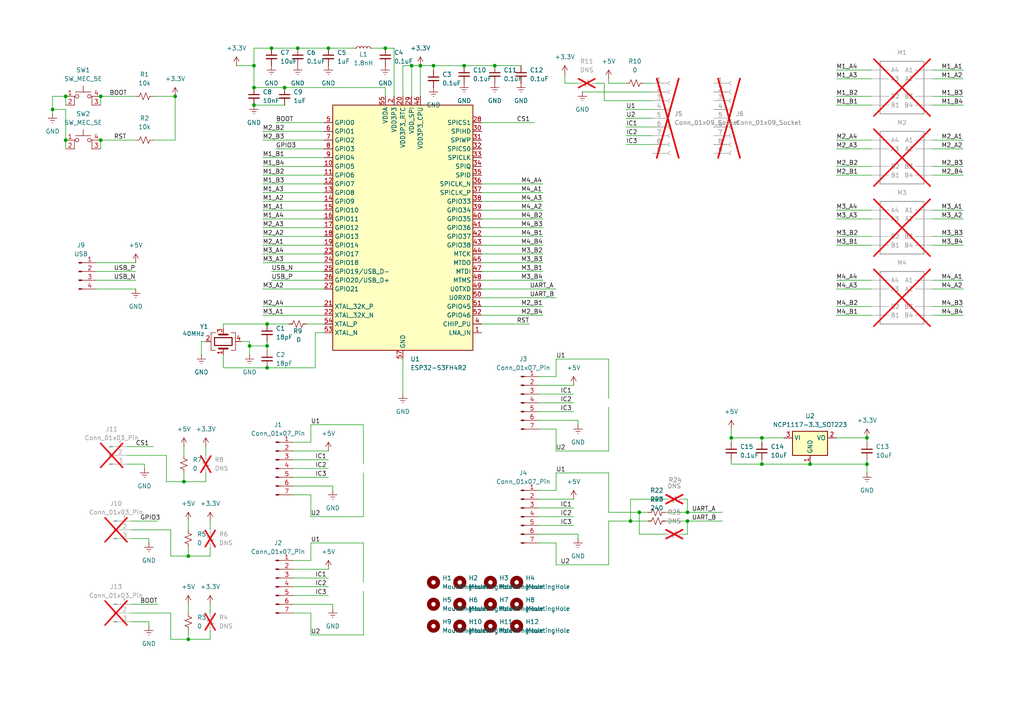
<source format=kicad_sch>
(kicad_sch (version 20231120) (generator "eeschema") (generator_version "8.0")
  (paper "A4")
  (junction (at 125.73 19.05))
  (junction (at 234.95 134.62))
  (junction (at 73.66 19.05))
  (junction (at 199.39 148.59))
  (junction (at 29.21 40.64))
  (junction (at 143.51 19.05))
  (junction (at 15.24 31.75))
  (junction (at 73.66 25.4))
  (junction (at 77.47 100.33))
  (junction (at 251.46 134.62))
  (junction (at 29.21 27.94))
  (junction (at 220.98 127))
  (junction (at 73.66 30.48))
  (junction (at 121.92 19.05))
  (junction (at 182.88 151.13))
  (junction (at 19.05 40.64))
  (junction (at 95.25 13.97))
  (junction (at 119.38 19.05))
  (junction (at 77.47 106.68))
  (junction (at 72.39 100.33))
  (junction (at 220.98 134.62))
  (junction (at 185.42 148.59))
  (junction (at 199.39 151.13))
  (junction (at 78.74 13.97))
  (junction (at 54.61 185.42))
  (junction (at 19.05 27.94))
  (junction (at 50.8 27.94))
  (junction (at 86.36 13.97))
  (junction (at 111.76 13.97))
  (junction (at 53.34 139.7))
  (junction (at 77.47 93.98))
  (junction (at 54.61 161.29))
  (junction (at 251.46 127))
  (junction (at 212.09 127))
  (junction (at 134.62 19.05))
  (junction (at 82.55 25.4))
  (wire (pts (xy 270.51 68.58) (xy 279.4 68.58)))
  (wire (pts (xy 76.2 91.44) (xy 93.98 91.44)))
  (wire (pts (xy 139.7 73.66) (xy 157.48 73.66)))
  (wire (pts (xy 156.21 119.38) (xy 166.37 119.38)))
  (wire (pts (xy 114.3 13.97) (xy 114.3 27.94)))
  (wire (pts (xy 242.57 40.64) (xy 252.73 40.64)))
  (wire (pts (xy 182.88 151.13) (xy 176.53 151.13)))
  (wire (pts (xy 76.2 48.26) (xy 93.98 48.26)))
  (wire (pts (xy 167.64 154.94) (xy 167.64 156.21)))
  (wire (pts (xy 54.61 185.42) (xy 54.61 182.88)))
  (wire (pts (xy 242.57 60.96) (xy 252.73 60.96)))
  (wire (pts (xy 85.09 140.97) (xy 96.52 140.97)))
  (wire (pts (xy 270.51 81.28) (xy 279.4 81.28)))
  (wire (pts (xy 116.84 19.05) (xy 119.38 19.05)))
  (wire (pts (xy 227.33 127) (xy 220.98 127)))
  (wire (pts (xy 60.96 182.88) (xy 60.96 185.42)))
  (wire (pts (xy 199.39 148.59) (xy 209.55 148.59)))
  (wire (pts (xy 83.82 93.98) (xy 77.47 93.98)))
  (wire (pts (xy 27.94 78.74) (xy 39.37 78.74)))
  (wire (pts (xy 161.29 163.83) (xy 161.29 157.48)))
  (wire (pts (xy 41.91 134.62) (xy 41.91 135.89)))
  (wire (pts (xy 242.57 30.48) (xy 252.73 30.48)))
  (wire (pts (xy 19.05 27.94) (xy 19.05 30.48)))
  (wire (pts (xy 176.53 148.59) (xy 176.53 137.16)))
  (wire (pts (xy 73.66 13.97) (xy 78.74 13.97)))
  (wire (pts (xy 163.83 24.13) (xy 163.83 21.59)))
  (wire (pts (xy 29.21 27.94) (xy 29.21 30.48)))
  (wire (pts (xy 19.05 40.64) (xy 19.05 31.75)))
  (wire (pts (xy 90.17 149.86) (xy 90.17 143.51)))
  (wire (pts (xy 116.84 27.94) (xy 116.84 19.05)))
  (wire (pts (xy 220.98 128.27) (xy 220.98 127)))
  (wire (pts (xy 80.01 35.56) (xy 93.98 35.56)))
  (wire (pts (xy 176.53 130.81) (xy 161.29 130.81)))
  (wire (pts (xy 29.21 40.64) (xy 39.37 40.64)))
  (wire (pts (xy 76.2 66.04) (xy 93.98 66.04)))
  (wire (pts (xy 72.39 100.33) (xy 72.39 102.87)))
  (wire (pts (xy 161.29 130.81) (xy 161.29 124.46)))
  (wire (pts (xy 175.26 24.13) (xy 172.72 24.13)))
  (wire (pts (xy 49.53 185.42) (xy 54.61 185.42)))
  (wire (pts (xy 161.29 109.22) (xy 156.21 109.22)))
  (wire (pts (xy 38.1 156.21) (xy 43.18 156.21)))
  (wire (pts (xy 212.09 133.35) (xy 212.09 134.62)))
  (wire (pts (xy 193.04 151.13) (xy 199.39 151.13)))
  (wire (pts (xy 38.1 151.13) (xy 45.72 151.13)))
  (wire (pts (xy 49.53 177.8) (xy 49.53 185.42)))
  (wire (pts (xy 105.41 137.16) (xy 105.41 149.86)))
  (wire (pts (xy 60.96 185.42) (xy 54.61 185.42)))
  (wire (pts (xy 270.51 20.32) (xy 279.4 20.32)))
  (wire (pts (xy 212.09 127) (xy 212.09 124.46)))
  (wire (pts (xy 48.26 139.7) (xy 53.34 139.7)))
  (wire (pts (xy 77.47 100.33) (xy 77.47 101.6)))
  (wire (pts (xy 64.77 93.98) (xy 64.77 95.25)))
  (wire (pts (xy 270.51 48.26) (xy 279.4 48.26)))
  (wire (pts (xy 242.57 20.32) (xy 252.73 20.32)))
  (wire (pts (xy 76.2 60.96) (xy 93.98 60.96)))
  (wire (pts (xy 54.61 175.26) (xy 54.61 177.8)))
  (wire (pts (xy 270.51 71.12) (xy 279.4 71.12)))
  (wire (pts (xy 68.58 19.05) (xy 73.66 19.05)))
  (wire (pts (xy 59.69 139.7) (xy 53.34 139.7)))
  (wire (pts (xy 139.7 83.82) (xy 161.29 83.82)))
  (wire (pts (xy 29.21 27.94) (xy 39.37 27.94)))
  (wire (pts (xy 105.41 134.62) (xy 105.41 123.19)))
  (wire (pts (xy 242.57 27.94) (xy 252.73 27.94)))
  (wire (pts (xy 76.2 88.9) (xy 93.98 88.9)))
  (wire (pts (xy 181.61 24.13) (xy 176.53 24.13)))
  (wire (pts (xy 54.61 151.13) (xy 54.61 153.67)))
  (wire (pts (xy 86.36 13.97) (xy 95.25 13.97)))
  (wire (pts (xy 189.23 24.13) (xy 186.69 24.13)))
  (wire (pts (xy 156.21 111.76) (xy 166.37 111.76)))
  (wire (pts (xy 167.64 121.92) (xy 167.64 123.19)))
  (wire (pts (xy 139.7 88.9) (xy 157.48 88.9)))
  (wire (pts (xy 199.39 151.13) (xy 209.55 151.13)))
  (wire (pts (xy 43.18 180.34) (xy 43.18 181.61)))
  (wire (pts (xy 242.57 63.5) (xy 252.73 63.5)))
  (wire (pts (xy 139.7 58.42) (xy 157.48 58.42)))
  (wire (pts (xy 198.12 154.94) (xy 199.39 154.94)))
  (wire (pts (xy 49.53 153.67) (xy 49.53 161.29)))
  (wire (pts (xy 53.34 129.54) (xy 53.34 132.08)))
  (wire (pts (xy 72.39 100.33) (xy 77.47 100.33)))
  (wire (pts (xy 90.17 143.51) (xy 85.09 143.51)))
  (wire (pts (xy 134.62 19.05) (xy 143.51 19.05)))
  (wire (pts (xy 59.69 137.16) (xy 59.69 139.7)))
  (wire (pts (xy 76.2 45.72) (xy 93.98 45.72)))
  (wire (pts (xy 76.2 55.88) (xy 93.98 55.88)))
  (wire (pts (xy 96.52 175.26) (xy 96.52 176.53)))
  (wire (pts (xy 176.53 151.13) (xy 176.53 163.83)))
  (wire (pts (xy 59.69 129.54) (xy 59.69 132.08)))
  (wire (pts (xy 176.53 118.11) (xy 176.53 130.81)))
  (wire (pts (xy 85.09 130.81) (xy 95.25 130.81)))
  (wire (pts (xy 76.2 38.1) (xy 93.98 38.1)))
  (wire (pts (xy 76.2 68.58) (xy 93.98 68.58)))
  (wire (pts (xy 60.96 158.75) (xy 60.96 161.29)))
  (wire (pts (xy 176.53 115.57) (xy 176.53 104.14)))
  (wire (pts (xy 161.29 157.48) (xy 156.21 157.48)))
  (wire (pts (xy 139.7 53.34) (xy 157.48 53.34)))
  (wire (pts (xy 125.73 19.05) (xy 134.62 19.05)))
  (wire (pts (xy 270.51 27.94) (xy 279.4 27.94)))
  (wire (pts (xy 29.21 40.64) (xy 29.21 43.18)))
  (wire (pts (xy 85.09 138.43) (xy 95.25 138.43)))
  (wire (pts (xy 76.2 53.34) (xy 93.98 53.34)))
  (wire (pts (xy 91.44 96.52) (xy 93.98 96.52)))
  (wire (pts (xy 161.29 124.46) (xy 156.21 124.46)))
  (wire (pts (xy 181.61 36.83) (xy 189.23 36.83)))
  (wire (pts (xy 167.64 24.13) (xy 163.83 24.13)))
  (wire (pts (xy 91.44 106.68) (xy 91.44 96.52)))
  (wire (pts (xy 38.1 175.26) (xy 45.72 175.26)))
  (wire (pts (xy 242.57 71.12) (xy 252.73 71.12)))
  (wire (pts (xy 251.46 134.62) (xy 251.46 133.35)))
  (wire (pts (xy 139.7 93.98) (xy 153.67 93.98)))
  (wire (pts (xy 60.96 161.29) (xy 54.61 161.29)))
  (wire (pts (xy 270.51 40.64) (xy 279.4 40.64)))
  (wire (pts (xy 90.17 177.8) (xy 85.09 177.8)))
  (wire (pts (xy 85.09 133.35) (xy 95.25 133.35)))
  (wire (pts (xy 270.51 88.9) (xy 279.4 88.9)))
  (wire (pts (xy 270.51 83.82) (xy 279.4 83.82)))
  (wire (pts (xy 189.23 29.21) (xy 175.26 29.21)))
  (wire (pts (xy 58.42 99.06) (xy 58.42 102.87)))
  (wire (pts (xy 220.98 134.62) (xy 234.95 134.62)))
  (wire (pts (xy 181.61 34.29) (xy 189.23 34.29)))
  (wire (pts (xy 82.55 25.4) (xy 73.66 25.4)))
  (wire (pts (xy 139.7 86.36) (xy 161.29 86.36)))
  (wire (pts (xy 270.51 50.8) (xy 279.4 50.8)))
  (wire (pts (xy 139.7 68.58) (xy 157.48 68.58)))
  (wire (pts (xy 111.76 27.94) (xy 111.76 25.4)))
  (wire (pts (xy 27.94 76.2) (xy 39.37 76.2)))
  (wire (pts (xy 43.18 156.21) (xy 43.18 157.48)))
  (wire (pts (xy 139.7 78.74) (xy 157.48 78.74)))
  (wire (pts (xy 181.61 41.91) (xy 189.23 41.91)))
  (wire (pts (xy 182.88 144.78) (xy 182.88 151.13)))
  (wire (pts (xy 107.95 13.97) (xy 111.76 13.97)))
  (wire (pts (xy 76.2 63.5) (xy 93.98 63.5)))
  (wire (pts (xy 121.92 19.05) (xy 121.92 27.94)))
  (wire (pts (xy 176.53 104.14) (xy 161.29 104.14)))
  (wire (pts (xy 72.39 99.06) (xy 72.39 100.33)))
  (wire (pts (xy 139.7 81.28) (xy 157.48 81.28)))
  (wire (pts (xy 60.96 175.26) (xy 60.96 177.8)))
  (wire (pts (xy 175.26 29.21) (xy 175.26 24.13)))
  (wire (pts (xy 95.25 13.97) (xy 102.87 13.97)))
  (wire (pts (xy 36.83 134.62) (xy 41.91 134.62)))
  (wire (pts (xy 156.21 116.84) (xy 166.37 116.84)))
  (wire (pts (xy 270.51 22.86) (xy 279.4 22.86)))
  (wire (pts (xy 76.2 83.82) (xy 93.98 83.82)))
  (wire (pts (xy 44.45 40.64) (xy 50.8 40.64)))
  (wire (pts (xy 156.21 144.78) (xy 166.37 144.78)))
  (wire (pts (xy 234.95 134.62) (xy 251.46 134.62)))
  (wire (pts (xy 53.34 139.7) (xy 53.34 137.16)))
  (wire (pts (xy 50.8 40.64) (xy 50.8 27.94)))
  (wire (pts (xy 212.09 127) (xy 212.09 128.27)))
  (wire (pts (xy 105.41 149.86) (xy 90.17 149.86)))
  (wire (pts (xy 156.21 114.3) (xy 166.37 114.3)))
  (wire (pts (xy 119.38 19.05) (xy 119.38 27.94)))
  (wire (pts (xy 48.26 132.08) (xy 48.26 139.7)))
  (wire (pts (xy 96.52 140.97) (xy 96.52 142.24)))
  (wire (pts (xy 139.7 71.12) (xy 157.48 71.12)))
  (wire (pts (xy 19.05 40.64) (xy 19.05 43.18)))
  (wire (pts (xy 76.2 58.42) (xy 93.98 58.42)))
  (wire (pts (xy 242.57 127) (xy 251.46 127)))
  (wire (pts (xy 76.2 73.66) (xy 93.98 73.66)))
  (wire (pts (xy 220.98 133.35) (xy 220.98 134.62)))
  (wire (pts (xy 143.51 19.05) (xy 151.13 19.05)))
  (wire (pts (xy 76.2 76.2) (xy 93.98 76.2)))
  (wire (pts (xy 270.51 43.18) (xy 279.4 43.18)))
  (wire (pts (xy 242.57 83.82) (xy 252.73 83.82)))
  (wire (pts (xy 76.2 71.12) (xy 93.98 71.12)))
  (wire (pts (xy 73.66 25.4) (xy 73.66 19.05)))
  (wire (pts (xy 36.83 129.54) (xy 44.45 129.54)))
  (wire (pts (xy 156.21 152.4) (xy 166.37 152.4)))
  (wire (pts (xy 193.04 144.78) (xy 182.88 144.78)))
  (wire (pts (xy 85.09 170.18) (xy 95.25 170.18)))
  (wire (pts (xy 182.88 151.13) (xy 187.96 151.13)))
  (wire (pts (xy 139.7 55.88) (xy 157.48 55.88)))
  (wire (pts (xy 58.42 99.06) (xy 59.69 99.06)))
  (wire (pts (xy 27.94 83.82) (xy 39.37 83.82)))
  (wire (pts (xy 15.24 31.75) (xy 15.24 33.02)))
  (wire (pts (xy 90.17 128.27) (xy 85.09 128.27)))
  (wire (pts (xy 199.39 144.78) (xy 199.39 148.59)))
  (wire (pts (xy 38.1 180.34) (xy 43.18 180.34)))
  (wire (pts (xy 27.94 81.28) (xy 39.37 81.28)))
  (wire (pts (xy 270.51 63.5) (xy 279.4 63.5)))
  (wire (pts (xy 69.85 99.06) (xy 72.39 99.06)))
  (wire (pts (xy 125.73 19.05) (xy 125.73 20.32)))
  (wire (pts (xy 212.09 134.62) (xy 220.98 134.62)))
  (wire (pts (xy 85.09 172.72) (xy 95.25 172.72)))
  (wire (pts (xy 242.57 48.26) (xy 252.73 48.26)))
  (wire (pts (xy 77.47 99.06) (xy 77.47 100.33)))
  (wire (pts (xy 139.7 66.04) (xy 157.48 66.04)))
  (wire (pts (xy 93.98 93.98) (xy 88.9 93.98)))
  (wire (pts (xy 73.66 19.05) (xy 73.66 13.97)))
  (wire (pts (xy 105.41 157.48) (xy 90.17 157.48)))
  (wire (pts (xy 156.21 121.92) (xy 167.64 121.92)))
  (wire (pts (xy 36.83 132.08) (xy 48.26 132.08)))
  (wire (pts (xy 15.24 31.75) (xy 19.05 31.75)))
  (wire (pts (xy 156.21 154.94) (xy 167.64 154.94)))
  (wire (pts (xy 139.7 60.96) (xy 157.48 60.96)))
  (wire (pts (xy 78.74 13.97) (xy 86.36 13.97)))
  (wire (pts (xy 73.66 30.48) (xy 82.55 30.48)))
  (wire (pts (xy 111.76 25.4) (xy 82.55 25.4)))
  (wire (pts (xy 270.51 30.48) (xy 279.4 30.48)))
  (wire (pts (xy 85.09 167.64) (xy 95.25 167.64)))
  (wire (pts (xy 242.57 22.86) (xy 252.73 22.86)))
  (wire (pts (xy 156.21 147.32) (xy 166.37 147.32)))
  (wire (pts (xy 54.61 161.29) (xy 54.61 158.75)))
  (wire (pts (xy 116.84 114.3) (xy 116.84 104.14)))
  (wire (pts (xy 105.41 184.15) (xy 90.17 184.15)))
  (wire (pts (xy 19.05 27.94) (xy 15.24 27.94)))
  (wire (pts (xy 15.24 27.94) (xy 15.24 31.75)))
  (wire (pts (xy 193.04 148.59) (xy 199.39 148.59)))
  (wire (pts (xy 193.04 154.94) (xy 185.42 154.94)))
  (wire (pts (xy 242.57 68.58) (xy 252.73 68.58)))
  (wire (pts (xy 139.7 63.5) (xy 157.48 63.5)))
  (wire (pts (xy 270.51 60.96) (xy 279.4 60.96)))
  (wire (pts (xy 49.53 161.29) (xy 54.61 161.29)))
  (wire (pts (xy 38.1 153.67) (xy 49.53 153.67)))
  (wire (pts (xy 242.57 81.28) (xy 252.73 81.28)))
  (wire (pts (xy 139.7 91.44) (xy 157.48 91.44)))
  (wire (pts (xy 85.09 165.1) (xy 95.25 165.1)))
  (wire (pts (xy 80.01 43.18) (xy 93.98 43.18)))
  (wire (pts (xy 176.53 137.16) (xy 161.29 137.16)))
  (wire (pts (xy 270.51 91.44) (xy 279.4 91.44)))
  (wire (pts (xy 185.42 154.94) (xy 185.42 148.59)))
  (wire (pts (xy 119.38 19.05) (xy 121.92 19.05)))
  (wire (pts (xy 161.29 137.16) (xy 161.29 142.24)))
  (wire (pts (xy 64.77 106.68) (xy 77.47 106.68)))
  (wire (pts (xy 242.57 88.9) (xy 252.73 88.9)))
  (wire (pts (xy 85.09 135.89) (xy 95.25 135.89)))
  (wire (pts (xy 220.98 127) (xy 212.09 127)))
  (wire (pts (xy 161.29 104.14) (xy 161.29 109.22)))
  (wire (pts (xy 90.17 123.19) (xy 90.17 128.27)))
  (wire (pts (xy 198.12 144.78) (xy 199.39 144.78)))
  (wire (pts (xy 44.45 27.94) (xy 50.8 27.94)))
  (wire (pts (xy 76.2 50.8) (xy 93.98 50.8)))
  (wire (pts (xy 85.09 175.26) (xy 96.52 175.26)))
  (wire (pts (xy 251.46 137.16) (xy 251.46 134.62)))
  (wire (pts (xy 199.39 154.94) (xy 199.39 151.13)))
  (wire (pts (xy 105.41 171.45) (xy 105.41 184.15)))
  (wire (pts (xy 161.29 142.24) (xy 156.21 142.24)))
  (wire (pts (xy 242.57 43.18) (xy 252.73 43.18)))
  (wire (pts (xy 185.42 148.59) (xy 187.96 148.59)))
  (wire (pts (xy 90.17 184.15) (xy 90.17 177.8)))
  (wire (pts (xy 78.74 81.28) (xy 93.98 81.28)))
  (wire (pts (xy 111.76 13.97) (xy 114.3 13.97)))
  (wire (pts (xy 181.61 39.37) (xy 189.23 39.37)))
  (wire (pts (xy 242.57 50.8) (xy 252.73 50.8)))
  (wire (pts (xy 105.41 168.91) (xy 105.41 157.48)))
  (wire (pts (xy 139.7 35.56) (xy 154.94 35.56)))
  (wire (pts (xy 64.77 102.87) (xy 64.77 106.68)))
  (wire (pts (xy 77.47 93.98) (xy 64.77 93.98)))
  (wire (pts (xy 76.2 40.64) (xy 93.98 40.64)))
  (wire (pts (xy 176.53 24.13) (xy 176.53 22.86)))
  (wire (pts (xy 77.47 106.68) (xy 91.44 106.68)))
  (wire (pts (xy 121.92 19.05) (xy 125.73 19.05)))
  (wire (pts (xy 181.61 31.75) (xy 189.23 31.75)))
  (wire (pts (xy 168.91 26.67) (xy 189.23 26.67)))
  (wire (pts (xy 90.17 162.56) (xy 85.09 162.56)))
  (wire (pts (xy 176.53 163.83) (xy 161.29 163.83)))
  (wire (pts (xy 105.41 123.19) (xy 90.17 123.19)))
  (wire (pts (xy 156.21 149.86) (xy 166.37 149.86)))
  (wire (pts (xy 185.42 148.59) (xy 176.53 148.59)))
  (wire (pts (xy 251.46 127) (xy 251.46 128.27)))
  (wire (pts (xy 90.17 157.48) (xy 90.17 162.56)))
  (wire (pts (xy 60.96 151.13) (xy 60.96 153.67)))
  (wire (pts (xy 242.57 91.44) (xy 252.73 91.44)))
  (wire (pts (xy 38.1 177.8) (xy 49.53 177.8)))
  (wire (pts (xy 78.74 78.74) (xy 93.98 78.74)))
  (wire (pts (xy 139.7 76.2) (xy 157.48 76.2)))
  (label "M2_B3" (at 273.05 48.26 0))
  (label "M3_A2" (at 76.2 83.82 0))
  (label "M4_A1" (at 151.13 55.88 0))
  (label "M2_B1" (at 242.57 50.8 0))
  (label "M2_A3" (at 242.57 43.18 0))
  (label "CS1" (at 149.86 35.56 0))
  (label "USB_P" (at 33.02 78.74 0))
  (label "M2_B2" (at 76.2 38.1 0))
  (label "GPIO3" (at 40.64 151.13 0))
  (label "IC3" (at 91.44 172.72 0))
  (label "M4_A3" (at 242.57 83.82 0))
  (label "BOOT" (at 31.75 27.94 0))
  (label "M3_A3" (at 76.2 76.2 0))
  (label "M1_A3" (at 76.2 55.88 0))
  (label "IC3" (at 91.44 138.43 0))
  (label "M3_B1" (at 242.57 71.12 0))
  (label "M4_A3" (at 151.13 58.42 0))
  (label "M2_A2" (at 273.05 43.18 0))
  (label "M2_A4" (at 76.2 88.9 0))
  (label "M3_A4" (at 242.57 60.96 0))
  (label "M1_B4" (at 273.05 30.48 0))
  (label "U1" (at 90.17 123.19 0))
  (label "BOOT" (at 40.64 175.26 0))
  (label "M3_B3" (at 273.05 68.58 0))
  (label "USB_N" (at 33.02 81.28 0))
  (label "M4_A1" (at 273.05 81.28 0))
  (label "IC1" (at 91.44 133.35 0))
  (label "M1_A4" (at 242.57 20.32 0))
  (label "M4_A4" (at 151.13 53.34 0))
  (label "USB_N" (at 78.74 78.74 0))
  (label "USB_P" (at 78.74 81.28 0))
  (label "M1_A2" (at 273.05 22.86 0))
  (label "GPIO3" (at 80.01 43.18 0))
  (label "M2_B4" (at 151.13 91.44 0))
  (label "M4_A2" (at 151.13 60.96 0))
  (label "UART_A" (at 200.66 148.59 0))
  (label "M4_A2" (at 273.05 83.82 0))
  (label "M4_B3" (at 273.05 88.9 0))
  (label "M2_A2" (at 76.2 68.58 0))
  (label "U1" (at 181.61 31.75 0))
  (label "M1_A3" (at 242.57 22.86 0))
  (label "BOOT" (at 80.01 35.56 0))
  (label "M1_A4" (at 76.2 63.5 0))
  (label "M3_B3" (at 151.13 76.2 0))
  (label "M1_B4" (at 76.2 48.26 0))
  (label "M4_B2" (at 242.57 88.9 0))
  (label "M2_A4" (at 242.57 40.64 0))
  (label "IC2" (at 91.44 135.89 0))
  (label "U2" (at 90.17 149.86 0))
  (label "UART_B" (at 200.66 151.13 0))
  (label "M3_A4" (at 76.2 73.66 0))
  (label "IC1" (at 181.61 36.83 0))
  (label "M4_B4" (at 273.05 91.44 0))
  (label "M1_B3" (at 273.05 27.94 0))
  (label "M3_B2" (at 242.57 68.58 0))
  (label "U2" (at 161.29 130.81 0))
  (label "IC2" (at 162.56 149.86 0))
  (label "IC1" (at 91.44 167.64 0))
  (label "M4_B1" (at 151.13 68.58 0))
  (label "M3_A1" (at 76.2 91.44 0))
  (label "IC2" (at 91.44 170.18 0))
  (label "U1" (at 161.29 137.16 0))
  (label "RST" (at 33.02 40.64 0))
  (label "M4_B3" (at 151.13 66.04 0))
  (label "M1_B2" (at 242.57 27.94 0))
  (label "M2_A1" (at 76.2 71.12 0))
  (label "M2_A3" (at 76.2 66.04 0))
  (label "M2_A1" (at 273.05 40.64 0))
  (label "IC1" (at 162.56 114.3 0))
  (label "M1_A2" (at 76.2 58.42 0))
  (label "IC2" (at 162.56 116.84 0))
  (label "IC2" (at 181.61 39.37 0))
  (label "U1" (at 161.29 104.14 0))
  (label "IC3" (at 162.56 119.38 0))
  (label "M3_B2" (at 151.13 73.66 0))
  (label "M3_B1" (at 151.13 78.74 0))
  (label "UART_A" (at 153.67 83.82 0))
  (label "M2_B2" (at 242.57 48.26 0))
  (label "M3_B4" (at 273.05 71.12 0))
  (label "CS1" (at 39.37 129.54 0))
  (label "M1_B1" (at 242.57 30.48 0))
  (label "UART_B" (at 153.67 86.36 0))
  (label "M4_A4" (at 242.57 81.28 0))
  (label "M4_B4" (at 151.13 71.12 0))
  (label "M3_A1" (at 273.05 60.96 0))
  (label "M3_B4" (at 151.13 81.28 0))
  (label "U1" (at 90.17 157.48 0))
  (label "U2" (at 181.61 34.29 0))
  (label "IC3" (at 162.56 152.4 0))
  (label "M3_A3" (at 242.57 63.5 0))
  (label "RST" (at 149.86 93.98 0))
  (label "M1_A1" (at 76.2 60.96 0))
  (label "M2_B4" (at 273.05 50.8 0))
  (label "M3_A2" (at 273.05 63.5 0))
  (label "M1_B2" (at 76.2 50.8 0))
  (label "M4_B1" (at 242.57 91.44 0))
  (label "M2_B3" (at 76.2 40.64 0))
  (label "IC3" (at 181.61 41.91 0))
  (label "U2" (at 162.56 163.83 0))
  (label "M2_B1" (at 151.13 88.9 0))
  (label "IC1" (at 162.56 147.32 0))
  (label "M4_B2" (at 151.13 63.5 0))
  (label "M1_A1" (at 273.05 20.32 0))
  (label "M1_B3" (at 76.2 53.34 0))
  (label "U2" (at 90.17 184.15 0))
  (label "M1_B1" (at 76.2 45.72 0))
  (symbol (lib_id "power:GNDREF") (at 15.24 33.02 0) (unit 1)
    (property "Reference" "#PWR05" (effects (hide yes)))
    (property "Value" "GND" (at 15.24 38.1 0))
    (property "Description" "Power symbol creates a global label with name \"GNDREF\" , reference supply ground" (effects (hide yes)))
  )
  (symbol (lib_id "Device:C_Small") (at 151.13 21.59 0) (unit 1)
    (property "Reference" "C12" (at 153.67 20.3262 0) (effects (justify left)))
    (property "Value" "0.1uF" (at 153.67 22.8662 0) (effects (justify left)))
    (property "Footprint" "Capacitor_SMD:C_0805_2012Metric" (effects (hide yes)))
    (property "Description" "Unpolarized capacitor, small symbol" (effects (hide yes)))
    (property "LCSC Part #" "C49678" (effects (hide yes)))
  )
  (symbol (lib_id "Connector:Conn_01x03_Pin") (at 33.02 177.8 0) (unit 1) (dnp yes)
    (property "Reference" "J13" (at 33.655 170.18 0))
    (property "Value" "Conn_01x03_Pin" (at 33.655 172.72 0))
    (property "Footprint" "Connector_PinSocket_2.54mm:PinSocket_1x03_P2.54mm_Vertical" (effects (hide yes)))
    (property "Description" "Generic connector, single row, 01x03, script generated" (effects (hide yes)))
  )
  (symbol (lib_id "Device:C_Small") (at 251.46 130.81 0) (unit 1)
    (property "Reference" "C13" (at 254 129.5462 0) (effects (justify left)))
    (property "Value" "10uF" (at 254 132.0862 0) (effects (justify left)))
    (property "Footprint" "Capacitor_SMD:C_0805_2012Metric" (effects (hide yes)))
    (property "Description" "Unpolarized capacitor, small symbol" (effects (hide yes)))
    (property "LCSC Part #" "C15850" (effects (hide yes)))
  )
  (symbol (lib_id "JordanCustom:VID28-05") (at 257.81 33.02 0) (unit 1) (dnp yes)
    (property "Reference" "M1" (at 261.62 15.24 0))
    (property "Footprint" "JoradanCustom:VID28-05" (effects (hide yes)))
    (property "Description" "VID28-05 Stepper Motor With Dual Coaxial Shafts\n\nDesigned for automotive dashboards." (effects (hide yes)))
  )
  (symbol (lib_id "power:GNDREF") (at 251.46 137.16 0) (unit 1)
    (property "Reference" "#PWR029" (effects (hide yes)))
    (property "Value" "GND" (at 251.46 142.24 0))
    (property "Description" "Power symbol creates a global label with name \"GNDREF\" , reference supply ground" (effects (hide yes)))
  )
  (symbol (lib_id "Connector:Conn_01x04_Pin") (at 22.86 78.74 0) (unit 1)
    (property "Reference" "J9" (at 23.495 71.12 0))
    (property "Value" "USB" (at 23.495 73.66 0))
    (property "Footprint" "Connector_PinHeader_2.54mm:PinHeader_1x04_P2.54mm_Vertical_SMD_Pin1Right" (effects (hide yes)))
    (property "Description" "Generic connector, single row, 01x04, script generated" (effects (hide yes)))
    (property "LCSC Part #" "C2984276" (effects (hide yes)))
  )
  (symbol (lib_id "Device:R_Small_US") (at 41.91 40.64 90) (unit 1)
    (property "Reference" "R2" (at 41.91 34.29 90))
    (property "Value" "10k" (at 41.91 36.83 90))
    (property "Footprint" "Resistor_SMD:R_0805_2012Metric" (effects (hide yes)))
    (property "Description" "Resistor, small US symbol" (effects (hide yes)))
    (property "LCSC Part #" "C17414" (effects (hide yes)))
  )
  (symbol (lib_id "power:GNDREF") (at 95.25 19.05 0) (unit 1)
    (property "Reference" "#PWR021" (effects (hide yes)))
    (property "Value" "GND" (at 95.25 24.13 0))
    (property "Description" "Power symbol creates a global label with name \"GNDREF\" , reference supply ground" (effects (hide yes)))
  )
  (symbol (lib_id "Mechanical:MountingHole") (at 149.86 168.91 0) (unit 1) (exclude_from_sim yes) (in_bom no)
    (property "Reference" "H4" (at 152.4 167.6399 0) (effects (justify left)))
    (property "Value" "MountingHole" (at 152.4 170.1799 0) (effects (justify left)))
    (property "Footprint" "MountingHole:MountingHole_3.5mm" (effects (hide yes)))
    (property "Description" "Mounting Hole without connection" (effects (hide yes)))
  )
  (symbol (lib_id "power:GNDREF") (at 116.84 114.3 0) (unit 1)
    (property "Reference" "#PWR02" (effects (hide yes)))
    (property "Value" "GND" (at 116.84 119.38 0))
    (property "Description" "Power symbol creates a global label with name \"GNDREF\" , reference supply ground" (effects (hide yes)))
  )
  (symbol (lib_id "Mechanical:MountingHole") (at 142.24 168.91 0) (unit 1) (exclude_from_sim yes) (in_bom no)
    (property "Reference" "H3" (at 144.78 167.6399 0) (effects (justify left)))
    (property "Value" "MountingHole" (at 144.78 170.1799 0) (effects (justify left)))
    (property "Footprint" "MountingHole:MountingHole_3.5mm" (effects (hide yes)))
    (property "Description" "Mounting Hole without connection" (effects (hide yes)))
  )
  (symbol (lib_id "Connector:Conn_01x09_Socket") (at 212.09 34.29 0) (unit 1) (dnp yes)
    (property "Reference" "J6" (at 213.36 33.0199 0) (effects (justify left)))
    (property "Value" "Conn_01x09_Socket" (at 213.36 35.5599 0) (effects (justify left)))
    (property "Footprint" "Connector_PinSocket_2.54mm:PinSocket_1x09_P2.54mm_Vertical" (effects (hide yes)))
    (property "Description" "Generic connector, single row, 01x09, script generated" (effects (hide yes)))
  )
  (symbol (lib_id "Device:Crystal_GND24") (at 64.77 99.06 90) (unit 1)
    (property "Reference" "Y1" (at 59.182 94.742 90))
    (property "Value" "40MHz" (at 56.134 96.774 90))
    (property "Footprint" "JoradanCustom:Crystal_SMD_TXC_7M-4Pin_3.2x2.5mm" (effects (hide yes)))
    (property "Description" "Four pin crystal, GND on pins 2 and 4" (effects (hide yes)))
    (property "LCSC Part #" "C19191260" (effects (hide yes)))
  )
  (symbol (lib_id "power:+5V") (at 54.61 175.26 0) (unit 1)
    (property "Reference" "#PWR09" (effects (hide yes)))
    (property "Value" "+5V" (at 54.61 170.18 0))
    (property "Description" "Power symbol creates a global label with name \"+5V\"" (effects (hide yes)))
  )
  (symbol (lib_id "power:GNDREF") (at 96.52 176.53 0) (unit 1)
    (property "Reference" "#PWR032" (effects (hide yes)))
    (property "Value" "GND" (at 96.52 181.61 0))
    (property "Description" "Power symbol creates a global label with name \"GNDREF\" , reference supply ground" (effects (hide yes)))
  )
  (symbol (lib_id "power:+3.3V") (at 121.92 19.05 0) (unit 1)
    (property "Reference" "#PWR017" (effects (hide yes)))
    (property "Value" "+3.3V" (at 121.92 13.97 0))
    (property "Description" "Power symbol creates a global label with name \"+3.3V\"" (effects (hide yes)))
  )
  (symbol (lib_id "Mechanical:MountingHole") (at 133.35 181.61 0) (unit 1) (exclude_from_sim yes) (in_bom no)
    (property "Reference" "H10" (at 135.89 180.3399 0) (effects (justify left)))
    (property "Value" "MountingHole" (at 135.89 182.8799 0) (effects (justify left)))
    (property "Footprint" "MountingHole:MountingHole_3.5mm" (effects (hide yes)))
    (property "Description" "Mounting Hole without connection" (effects (hide yes)))
  )
  (symbol (lib_id "Device:C_Small") (at 86.36 16.51 0) (unit 1)
    (property "Reference" "C6" (at 88.9 15.2462 0) (effects (justify left)))
    (property "Value" "0.1uF" (at 88.9 17.7862 0) (effects (justify left)))
    (property "Footprint" "Capacitor_SMD:C_0805_2012Metric" (effects (hide yes)))
    (property "Description" "Unpolarized capacitor, small symbol" (effects (hide yes)))
    (property "LCSC Part #" "C49678" (effects (hide yes)))
  )
  (symbol (lib_id "power:GNDREF") (at 167.64 123.19 0) (unit 1)
    (property "Reference" "#PWR036" (effects (hide yes)))
    (property "Value" "GND" (at 167.64 128.27 0))
    (property "Description" "Power symbol creates a global label with name \"GNDREF\" , reference supply ground" (effects (hide yes)))
  )
  (symbol (lib_id "Device:C_Small") (at 125.73 22.86 0) (unit 1)
    (property "Reference" "C3" (at 128.27 21.5962 0) (effects (justify left)))
    (property "Value" "0.1uF" (at 128.27 24.1362 0) (effects (justify left)))
    (property "Footprint" "Capacitor_SMD:C_0805_2012Metric" (effects (hide yes)))
    (property "Description" "Unpolarized capacitor, small symbol" (effects (hide yes)))
    (property "LCSC Part #" "C49678" (effects (hide yes)))
  )
  (symbol (lib_id "power:GNDREF") (at 41.91 135.89 0) (unit 1)
    (property "Reference" "#PWR014" (effects (hide yes)))
    (property "Value" "GND" (at 41.91 140.97 0))
    (property "Description" "Power symbol creates a global label with name \"GNDREF\" , reference supply ground" (effects (hide yes)))
  )
  (symbol (lib_id "Mechanical:MountingHole") (at 125.73 168.91 0) (unit 1) (exclude_from_sim yes) (in_bom no)
    (property "Reference" "H1" (at 128.27 167.6399 0) (effects (justify left)))
    (property "Value" "MountingHole" (at 128.27 170.1799 0) (effects (justify left)))
    (property "Footprint" "MountingHole:MountingHole_3.5mm" (effects (hide yes)))
    (property "Description" "Mounting Hole without connection" (effects (hide yes)))
  )
  (symbol (lib_id "Device:R_Small_US") (at 41.91 27.94 90) (unit 1)
    (property "Reference" "R1" (at 41.91 21.59 90))
    (property "Value" "10k" (at 41.91 24.13 90))
    (property "Footprint" "Resistor_SMD:R_0805_2012Metric" (effects (hide yes)))
    (property "Description" "Resistor, small US symbol" (effects (hide yes)))
    (property "LCSC Part #" "C17414" (effects (hide yes)))
  )
  (symbol (lib_id "Device:C_Small") (at 212.09 130.81 0) (unit 1)
    (property "Reference" "C15" (at 214.63 129.5462 0) (effects (justify left)))
    (property "Value" "0.1uF" (at 214.63 132.0862 0) (effects (justify left)))
    (property "Footprint" "Capacitor_SMD:C_0805_2012Metric" (effects (hide yes)))
    (property "Description" "Unpolarized capacitor, small symbol" (effects (hide yes)))
    (property "LCSC Part #" "C49678" (effects (hide yes)))
  )
  (symbol (lib_id "power:GNDREF") (at 43.18 157.48 0) (unit 1)
    (property "Reference" "#PWR011" (effects (hide yes)))
    (property "Value" "GND" (at 43.18 162.56 0))
    (property "Description" "Power symbol creates a global label with name \"GNDREF\" , reference supply ground" (effects (hide yes)))
  )
  (symbol (lib_id "Device:C_Small") (at 143.51 21.59 0) (unit 1)
    (property "Reference" "C11" (at 146.05 20.3262 0) (effects (justify left)))
    (property "Value" "0.1uF" (at 146.05 22.8662 0) (effects (justify left)))
    (property "Footprint" "Capacitor_SMD:C_0805_2012Metric" (effects (hide yes)))
    (property "Description" "Unpolarized capacitor, small symbol" (effects (hide yes)))
    (property "LCSC Part #" "C49678" (effects (hide yes)))
  )
  (symbol (lib_id "Connector:Conn_01x07_Pin") (at 151.13 149.86 0) (unit 1)
    (property "Reference" "J4" (at 151.765 137.16 0))
    (property "Value" "Conn_01x07_Pin" (at 151.765 139.7 0))
    (property "Footprint" "JoradanCustom:HDR-SMD_7P-P2.54-H-F-L11.5-RIGHT" (effects (hide yes)))
    (property "Description" "Generic connector, single row, 01x07, script generated" (effects (hide yes)))
    (property "LCSC Part #" "C5142240" (effects (hide yes)))
  )
  (symbol (lib_id "Connector:Conn_01x09_Socket") (at 194.31 34.29 0) (unit 1) (dnp yes)
    (property "Reference" "J5" (at 195.58 33.0199 0) (effects (justify left)))
    (property "Value" "Conn_01x09_Socket" (at 195.58 35.5599 0) (effects (justify left)))
    (property "Footprint" "Connector_PinSocket_2.54mm:PinSocket_1x09_P2.54mm_Vertical" (effects (hide yes)))
    (property "Description" "Generic connector, single row, 01x09, script generated" (effects (hide yes)))
  )
  (symbol (lib_id "Device:R_Small_US") (at 53.34 134.62 180) (unit 1)
    (property "Reference" "R7" (at 55.88 133.3499 0) (effects (justify right)))
    (property "Value" "0" (at 55.88 135.8899 0) (effects (justify right)))
    (property "Footprint" "Resistor_SMD:R_0805_2012Metric" (effects (hide yes)))
    (property "Description" "Resistor, small US symbol" (effects (hide yes)))
    (property "LCSC Part #" "C17477" (effects (hide yes)))
  )
  (symbol (lib_id "power:GNDREF") (at 43.18 181.61 0) (unit 1)
    (property "Reference" "#PWR08" (effects (hide yes)))
    (property "Value" "GND" (at 43.18 186.69 0))
    (property "Description" "Power symbol creates a global label with name \"GNDREF\" , reference supply ground" (effects (hide yes)))
  )
  (symbol (lib_id "power:+5V") (at 95.25 130.81 0) (unit 1)
    (property "Reference" "#PWR033" (effects (hide yes)))
    (property "Value" "+5V" (at 95.25 125.73 0))
    (property "Description" "Power symbol creates a global label with name \"+5V\"" (effects (hide yes)))
  )
  (symbol (lib_id "Device:R_Small_US") (at 170.18 24.13 270) (unit 1) (dnp yes)
    (property "Reference" "R11" (at 170.18 17.78 90))
    (property "Value" "DNS" (at 170.18 20.32 90))
    (property "Footprint" "Resistor_SMD:R_0805_2012Metric" (effects (hide yes)))
    (property "Description" "Resistor, small US symbol" (effects (hide yes)))
    (property "LCSC Part #" "C17572" (effects (hide yes)))
  )
  (symbol (lib_id "Device:C_Small") (at 95.25 16.51 0) (unit 1)
    (property "Reference" "C5" (at 97.79 15.2462 0) (effects (justify left)))
    (property "Value" "1uF" (at 97.79 17.7862 0) (effects (justify left)))
    (property "Footprint" "Capacitor_SMD:C_0805_2012Metric" (effects (hide yes)))
    (property "Description" "Unpolarized capacitor, small symbol" (effects (hide yes)))
    (property "LCSC Part #" "C28323" (effects (hide yes)))
  )
  (symbol (lib_id "Connector:Conn_01x07_Pin") (at 151.13 116.84 0) (unit 1)
    (property "Reference" "J3" (at 151.765 104.14 0))
    (property "Value" "Conn_01x07_Pin" (at 151.765 106.68 0))
    (property "Footprint" "JoradanCustom:HDR-SMD_7P-P2.54-H-F-L11.5-RIGHT" (effects (hide yes)))
    (property "Description" "Generic connector, single row, 01x07, script generated" (effects (hide yes)))
    (property "LCSC Part #" "C5142240" (effects (hide yes)))
  )
  (symbol (lib_id "power:GNDREF") (at 86.36 19.05 0) (unit 1)
    (property "Reference" "#PWR022" (effects (hide yes)))
    (property "Value" "GND" (at 86.36 24.13 0))
    (property "Description" "Power symbol creates a global label with name \"GNDREF\" , reference supply ground" (effects (hide yes)))
  )
  (symbol (lib_id "Connector:Conn_01x03_Pin") (at 31.75 132.08 0) (unit 1) (dnp yes)
    (property "Reference" "J11" (at 32.385 124.46 0))
    (property "Value" "Conn_01x03_Pin" (at 32.385 127 0))
    (property "Footprint" "Connector_PinSocket_2.54mm:PinSocket_1x03_P2.54mm_Vertical" (effects (hide yes)))
    (property "Description" "Generic connector, single row, 01x03, script generated" (effects (hide yes)))
  )
  (symbol (lib_id "power:+3.3V") (at 68.58 19.05 0) (unit 1)
    (property "Reference" "#PWR020" (effects (hide yes)))
    (property "Value" "+3.3V" (at 68.58 13.97 0))
    (property "Description" "Power symbol creates a global label with name \"+3.3V\"" (effects (hide yes)))
  )
  (symbol (lib_id "Device:R_Small_US") (at 190.5 151.13 270) (unit 1)
    (property "Reference" "R23" (at 190.5 144.78 90))
    (property "Value" "240" (at 190.5 147.32 90))
    (property "Footprint" "Resistor_SMD:R_0805_2012Metric" (effects (hide yes)))
    (property "Description" "Resistor, small US symbol" (effects (hide yes)))
    (property "LCSC Part #" "C17572" (effects (hide yes)))
  )
  (symbol (lib_id "power:+5V") (at 176.53 22.86 0) (unit 1)
    (property "Reference" "#PWR039" (effects (hide yes)))
    (property "Value" "+5V" (at 176.53 17.78 0))
    (property "Description" "Power symbol creates a global label with name \"+5V\"" (effects (hide yes)))
  )
  (symbol (lib_id "Device:L_Small") (at 105.41 13.97 90) (unit 1)
    (property "Reference" "L1" (at 105.41 15.748 90))
    (property "Value" "1.8nH" (at 105.41 18.288 90))
    (property "Footprint" "Inductor_SMD:L_0805_2012Metric" (effects (hide yes)))
    (property "Description" "Inductor, small symbol" (effects (hide yes)))
    (property "LCSC Part #" "C1036" (effects (hide yes)))
  )
  (symbol (lib_id "power:+3.3V") (at 60.96 175.26 0) (unit 1)
    (property "Reference" "#PWR010" (effects (hide yes)))
    (property "Value" "+3.3V" (at 60.96 170.18 0))
    (property "Description" "Power symbol creates a global label with name \"+3.3V\"" (effects (hide yes)))
  )
  (symbol (lib_id "power:+5V") (at 53.34 129.54 0) (unit 1)
    (property "Reference" "#PWR015" (effects (hide yes)))
    (property "Value" "+5V" (at 53.34 124.46 0))
    (property "Description" "Power symbol creates a global label with name \"+5V\"" (effects (hide yes)))
  )
  (symbol (lib_id "Device:R_Small_US") (at 86.36 93.98 270) (unit 1)
    (property "Reference" "R9" (at 86.36 96.012 90))
    (property "Value" "0" (at 86.614 98.552 90))
    (property "Footprint" "Resistor_SMD:R_0805_2012Metric" (effects (hide yes)))
    (property "Description" "Resistor, small US symbol" (effects (hide yes)))
    (property "LCSC Part #" "C17477" (effects (hide yes)))
  )
  (symbol (lib_id "Switch:SW_MEC_5E") (at 24.13 30.48 0) (unit 1)
    (property "Reference" "SW1" (at 24.13 20.32 0))
    (property "Value" "SW_MEC_5E" (at 24.13 22.86 0))
    (property "Footprint" "JoradanCustom:SW-SMD_4P-L5.1-W5.1-P3.70-LS6.5-TL_H1.5" (effects (hide yes)))
    (property "Datasheet" "http://www.apem.com/int/index.php?controller=attachment&id_attachment=1371" (effects (hide yes)))
    (property "Description" "MEC 5E single pole normally-open tactile switch" (effects (hide yes)))
    (property "LCSC Part #" "C318884" (effects (hide yes)))
  )
  (symbol (lib_id "Mechanical:MountingHole") (at 133.35 168.91 0) (unit 1) (exclude_from_sim yes) (in_bom no)
    (property "Reference" "H2" (at 135.89 167.6399 0) (effects (justify left)))
    (property "Value" "MountingHole" (at 135.89 170.1799 0) (effects (justify left)))
    (property "Footprint" "MountingHole:MountingHole_3.5mm" (effects (hide yes)))
    (property "Description" "Mounting Hole without connection" (effects (hide yes)))
  )
  (symbol (lib_id "Device:C_Small") (at 73.66 27.94 0) (unit 1)
    (property "Reference" "C8" (at 76.2 26.6762 0) (effects (justify left)))
    (property "Value" "10nF" (at 76.2 29.2162 0) (effects (justify left)))
    (property "Footprint" "Capacitor_SMD:C_0805_2012Metric" (effects (hide yes)))
    (property "Description" "Unpolarized capacitor, small symbol" (effects (hide yes)))
    (property "LCSC Part #" "C1710" (effects (hide yes)))
  )
  (symbol (lib_id "power:+3.3V") (at 59.69 129.54 0) (unit 1)
    (property "Reference" "#PWR016" (effects (hide yes)))
    (property "Value" "+3.3V" (at 59.69 124.46 0))
    (property "Description" "Power symbol creates a global label with name \"+3.3V\"" (effects (hide yes)))
  )
  (symbol (lib_id "Device:R_Small_US") (at 59.69 134.62 180) (unit 1) (dnp yes)
    (property "Reference" "R8" (at 62.23 133.3499 0) (effects (justify right)))
    (property "Value" "DNS" (at 62.23 135.8899 0) (effects (justify right)))
    (property "Footprint" "Resistor_SMD:R_0805_2012Metric" (effects (hide yes)))
    (property "Description" "Resistor, small US symbol" (effects (hide yes)))
  )
  (symbol (lib_id "power:GNDREF") (at 78.74 19.05 0) (unit 1)
    (property "Reference" "#PWR023" (effects (hide yes)))
    (property "Value" "GND" (at 78.74 24.13 0))
    (property "Description" "Power symbol creates a global label with name \"GNDREF\" , reference supply ground" (effects (hide yes)))
  )
  (symbol (lib_id "Connector:Conn_01x07_Pin") (at 80.01 135.89 0) (unit 1)
    (property "Reference" "J1" (at 80.645 123.19 0))
    (property "Value" "Conn_01x07_Pin" (at 80.645 125.73 0))
    (property "Footprint" "JoradanCustom:HDR-SMD_7P-P2.54-H-F-L11.5" (effects (hide yes)))
    (property "Description" "Generic connector, single row, 01x07, script generated" (effects (hide yes)))
    (property "LCSC Part #" "C5142240" (effects (hide yes)))
  )
  (symbol (lib_id "power:GNDREF") (at 134.62 24.13 0) (unit 1)
    (property "Reference" "#PWR025" (effects (hide yes)))
    (property "Value" "GND" (at 134.62 29.21 0))
    (property "Description" "Power symbol creates a global label with name \"GNDREF\" , reference supply ground" (effects (hide yes)))
  )
  (symbol (lib_id "Device:R_Small_US") (at 195.58 144.78 270) (unit 1) (dnp yes)
    (property "Reference" "R24" (at 195.834 139.192 90))
    (property "Value" "DNS" (at 195.58 140.97 90))
    (property "Footprint" "Resistor_SMD:R_0805_2012Metric" (effects (hide yes)))
    (property "Description" "Resistor, small US symbol" (effects (hide yes)))
  )
  (symbol (lib_id "Device:R_Small_US") (at 60.96 156.21 180) (unit 1) (dnp yes)
    (property "Reference" "R6" (at 63.5 154.9399 0) (effects (justify right)))
    (property "Value" "DNS" (at 63.5 157.4799 0) (effects (justify right)))
    (property "Footprint" "Resistor_SMD:R_0805_2012Metric" (effects (hide yes)))
    (property "Description" "Resistor, small US symbol" (effects (hide yes)))
  )
  (symbol (lib_id "Device:C_Small") (at 77.47 104.14 0) (unit 1)
    (property "Reference" "C2" (at 80.01 102.8762 0) (effects (justify left)))
    (property "Value" "18pF" (at 80.01 105.4162 0) (effects (justify left)))
    (property "Footprint" "Capacitor_SMD:C_0805_2012Metric" (effects (hide yes)))
    (property "Description" "Unpolarized capacitor, small symbol" (effects (hide yes)))
    (property "LCSC Part #" "C1797" (effects (hide yes)))
  )
  (symbol (lib_id "power:+5V") (at 95.25 165.1 0) (unit 1)
    (property "Reference" "#PWR031" (effects (hide yes)))
    (property "Value" "+5V" (at 95.25 160.02 0))
    (property "Description" "Power symbol creates a global label with name \"+5V\"" (effects (hide yes)))
  )
  (symbol (lib_id "JordanCustom:VID28-05") (at 257.81 53.34 0) (unit 1) (dnp yes)
    (property "Reference" "M2" (at 261.62 35.56 0))
    (property "Footprint" "JoradanCustom:VID28-05" (effects (hide yes)))
    (property "Description" "VID28-05 Stepper Motor With Dual Coaxial Shafts\n\nDesigned for automotive dashboards." (effects (hide yes)))
  )
  (symbol (lib_id "Device:C_Small") (at 82.55 27.94 0) (unit 1)
    (property "Reference" "C9" (at 85.09 26.6762 0) (effects (justify left)))
    (property "Value" "1uF" (at 85.09 29.2162 0) (effects (justify left)))
    (property "Footprint" "Capacitor_SMD:C_0805_2012Metric" (effects (hide yes)))
    (property "Description" "Unpolarized capacitor, small symbol" (effects (hide yes)))
    (property "LCSC Part #" "C28323" (effects (hide yes)))
  )
  (symbol (lib_id "power:GNDREF") (at 143.51 24.13 0) (unit 1)
    (property "Reference" "#PWR026" (effects (hide yes)))
    (property "Value" "GND" (at 143.51 29.21 0))
    (property "Description" "Power symbol creates a global label with name \"GNDREF\" , reference supply ground" (effects (hide yes)))
  )
  (symbol (lib_id "power:+5V") (at 166.37 111.76 0) (unit 1)
    (property "Reference" "#PWR035" (effects (hide yes)))
    (property "Value" "+5V" (at 166.37 106.68 0))
    (property "Description" "Power symbol creates a global label with name \"+5V\"" (effects (hide yes)))
  )
  (symbol (lib_id "power:+5V") (at 212.09 124.46 0) (unit 1)
    (property "Reference" "#PWR030" (effects (hide yes)))
    (property "Value" "+5V" (at 212.09 119.38 0))
    (property "Description" "Power symbol creates a global label with name \"+5V\"" (effects (hide yes)))
  )
  (symbol (lib_id "Device:C_Small") (at 134.62 21.59 0) (unit 1)
    (property "Reference" "C10" (at 137.16 20.3262 0) (effects (justify left)))
    (property "Value" "0.1uF" (at 137.16 22.8662 0) (effects (justify left)))
    (property "Footprint" "Capacitor_SMD:C_0805_2012Metric" (effects (hide yes)))
    (property "Description" "Unpolarized capacitor, small symbol" (effects (hide yes)))
    (property "LCSC Part #" "C49678" (effects (hide yes)))
  )
  (symbol (lib_id "power:+3.3V") (at 60.96 151.13 0) (unit 1)
    (property "Reference" "#PWR013" (effects (hide yes)))
    (property "Value" "+3.3V" (at 60.96 146.05 0))
    (property "Description" "Power symbol creates a global label with name \"+3.3V\"" (effects (hide yes)))
  )
  (symbol (lib_id "power:GNDREF") (at 73.66 30.48 0) (unit 1)
    (property "Reference" "#PWR024" (effects (hide yes)))
    (property "Value" "GND" (at 73.66 35.56 0))
    (property "Description" "Power symbol creates a global label with name \"GNDREF\" , reference supply ground" (effects (hide yes)))
  )
  (symbol (lib_id "power:GNDREF") (at 167.64 156.21 0) (unit 1)
    (property "Reference" "#PWR038" (effects (hide yes)))
    (property "Value" "GND" (at 167.64 161.29 0))
    (property "Description" "Power symbol creates a global label with name \"GNDREF\" , reference supply ground" (effects (hide yes)))
  )
  (symbol (lib_id "power:GNDREF") (at 58.42 102.87 0) (unit 1)
    (property "Reference" "#PWR03" (effects (hide yes)))
    (property "Value" "GND" (at 58.42 107.95 0))
    (property "Description" "Power symbol creates a global label with name \"GNDREF\" , reference supply ground" (effects (hide yes)))
  )
  (symbol (lib_id "power:GNDREF") (at 151.13 24.13 0) (unit 1)
    (property "Reference" "#PWR027" (effects (hide yes)))
    (property "Value" "GND" (at 151.13 29.21 0))
    (property "Description" "Power symbol creates a global label with name \"GNDREF\" , reference supply ground" (effects (hide yes)))
  )
  (symbol (lib_id "power:GNDREF") (at 39.37 83.82 0) (unit 1)
    (property "Reference" "#PWR06" (effects (hide yes)))
    (property "Value" "GND" (at 39.37 88.9 0))
    (property "Description" "Power symbol creates a global label with name \"GNDREF\" , reference supply ground" (effects (hide yes)))
  )
  (symbol (lib_id "power:+3.3V") (at 251.46 127 0) (unit 1)
    (property "Reference" "#PWR028" (effects (hide yes)))
    (property "Value" "+3.3V" (at 251.46 121.92 0))
    (property "Description" "Power symbol creates a global label with name \"+3.3V\"" (effects (hide yes)))
  )
  (symbol (lib_id "power:GNDREF") (at 168.91 26.67 0) (unit 1)
    (property "Reference" "#PWR040" (effects (hide yes)))
    (property "Value" "GND" (at 168.91 31.75 0))
    (property "Description" "Power symbol creates a global label with name \"GNDREF\" , reference supply ground" (effects (hide yes)))
  )
  (symbol (lib_id "JordanCustom:VID28-05") (at 257.81 93.98 0) (unit 1) (dnp yes)
    (property "Reference" "M4" (at 261.62 76.2 0))
    (property "Footprint" "JoradanCustom:VID28-05" (effects (hide yes)))
    (property "Description" "VID28-05 Stepper Motor With Dual Coaxial Shafts\n\nDesigned for automotive dashboards." (effects (hide yes)))
  )
  (symbol (lib_id "Mechanical:MountingHole") (at 142.24 181.61 0) (unit 1) (exclude_from_sim yes) (in_bom no)
    (property "Reference" "H11" (at 144.78 180.3399 0) (effects (justify left)))
    (property "Value" "MountingHole" (at 144.78 182.8799 0) (effects (justify left)))
    (property "Footprint" "MountingHole:MountingHole_3.5mm" (effects (hide yes)))
    (property "Description" "Mounting Hole without connection" (effects (hide yes)))
  )
  (symbol (lib_id "Mechanical:MountingHole") (at 149.86 181.61 0) (unit 1) (exclude_from_sim yes) (in_bom no)
    (property "Reference" "H12" (at 152.4 180.3399 0) (effects (justify left)))
    (property "Value" "MountingHole" (at 152.4 182.8799 0) (effects (justify left)))
    (property "Footprint" "MountingHole:MountingHole_3.5mm" (effects (hide yes)))
    (property "Description" "Mounting Hole without connection" (effects (hide yes)))
  )
  (symbol (lib_id "power:+5V") (at 166.37 144.78 0) (unit 1)
    (property "Reference" "#PWR037" (effects (hide yes)))
    (property "Value" "+5V" (at 166.37 139.7 0))
    (property "Description" "Power symbol creates a global label with name \"+5V\"" (effects (hide yes)))
  )
  (symbol (lib_id "Device:C_Small") (at 111.76 16.51 0) (unit 1)
    (property "Reference" "C4" (at 114.3 15.2462 0) (effects (justify left)))
    (property "Value" "0.1uF" (at 114.3 17.7862 0) (effects (justify left)))
    (property "Footprint" "Capacitor_SMD:C_0805_2012Metric" (effects (hide yes)))
    (property "Description" "Unpolarized capacitor, small symbol" (effects (hide yes)))
    (property "LCSC Part #" "C49678" (effects (hide yes)))
  )
  (symbol (lib_id "Device:R_Small_US") (at 54.61 156.21 180) (unit 1)
    (property "Reference" "R5" (at 57.15 154.9399 0) (effects (justify right)))
    (property "Value" "0" (at 57.15 157.4799 0) (effects (justify right)))
    (property "Footprint" "Resistor_SMD:R_0805_2012Metric" (effects (hide yes)))
    (property "Description" "Resistor, small US symbol" (effects (hide yes)))
    (property "LCSC Part #" "C17477" (effects (hide yes)))
  )
  (symbol (lib_id "power:GNDREF") (at 111.76 19.05 0) (unit 1)
    (property "Reference" "#PWR019" (effects (hide yes)))
    (property "Value" "GND" (at 111.76 24.13 0))
    (property "Description" "Power symbol creates a global label with name \"GNDREF\" , reference supply ground" (effects (hide yes)))
  )
  (symbol (lib_id "MCU_Espressif:ESP32-S3") (at 116.84 66.04 0) (unit 1)
    (property "Reference" "U1" (at 119.0341 104.14 0) (effects (justify left)))
    (property "Value" "ESP32-S3FH4R2" (at 119.0341 106.68 0) (effects (justify left)))
    (property "Footprint" "JoradanCustom:QFN56_S3FH4R2_EXP" (effects (hide yes)))
    (property "Datasheet" "https://www.espressif.com/sites/default/files/documentation/esp32-s3_datasheet_en.pdf" (effects (hide yes)))
    (property "Description" "Microcontroller, Wi-Fi 802.11b/g/n, Bluetooth, 32bit" (effects (hide yes)))
    (property "LCSC Part #" "C3013940" (effects (hide yes)))
  )
  (symbol (lib_id "Device:R_Small_US") (at 195.58 154.94 270) (unit 1) (dnp yes)
    (property "Reference" "R25" (at 195.58 148.59 90))
    (property "Value" "DNS" (at 195.58 151.13 90))
    (property "Footprint" "Resistor_SMD:R_0805_2012Metric" (effects (hide yes)))
    (property "Description" "Resistor, small US symbol" (effects (hide yes)))
  )
  (symbol (lib_id "Switch:SW_MEC_5E") (at 24.13 43.18 0) (unit 1)
    (property "Reference" "SW2" (at 24.13 33.02 0))
    (property "Value" "SW_MEC_5E" (at 24.13 35.56 0))
    (property "Footprint" "JoradanCustom:SW-SMD_4P-L5.1-W5.1-P3.70-LS6.5-TL_H1.5" (effects (hide yes)))
    (property "Datasheet" "http://www.apem.com/int/index.php?controller=attachment&id_attachment=1371" (effects (hide yes)))
    (property "Description" "MEC 5E single pole normally-open tactile switch" (effects (hide yes)))
    (property "LCSC Part #" "C318884" (effects (hide yes)))
  )
  (symbol (lib_id "Connector:Conn_01x07_Pin") (at 80.01 170.18 0) (unit 1)
    (property "Reference" "J2" (at 80.645 157.48 0))
    (property "Value" "Conn_01x07_Pin" (at 80.645 160.02 0))
    (property "Footprint" "JoradanCustom:HDR-SMD_7P-P2.54-H-F-L11.5" (effects (hide yes)))
    (property "Description" "Generic connector, single row, 01x07, script generated" (effects (hide yes)))
    (property "LCSC Part #" "C5142240" (effects (hide yes)))
  )
  (symbol (lib_id "Device:R_Small_US") (at 184.15 24.13 270) (unit 1)
    (property "Reference" "R10" (at 184.15 17.78 90))
    (property "Value" "0" (at 184.15 20.32 90))
    (property "Footprint" "Resistor_SMD:R_0805_2012Metric" (effects (hide yes)))
    (property "Description" "Resistor, small US symbol" (effects (hide yes)))
    (property "LCSC Part #" "C17477" (effects (hide yes)))
  )
  (symbol (lib_id "power:GNDREF") (at 96.52 142.24 0) (unit 1)
    (property "Reference" "#PWR034" (effects (hide yes)))
    (property "Value" "GND" (at 96.52 147.32 0))
    (property "Description" "Power symbol creates a global label with name \"GNDREF\" , reference supply ground" (effects (hide yes)))
  )
  (symbol (lib_id "Regulator_Linear:NCP1117-3.3_SOT223") (at 234.95 127 0) (unit 1)
    (property "Reference" "U2" (at 234.95 120.65 0))
    (property "Value" "NCP1117-3.3_SOT223" (at 234.95 123.19 0))
    (property "Footprint" "Package_TO_SOT_SMD:SOT-223-3_TabPin2" (effects (hide yes)))
    (property "Datasheet" "http://www.onsemi.com/pub_link/Collateral/NCP1117-D.PDF" (effects (hide yes)))
    (property "Description" "1A Low drop-out regulator, Fixed Output 3.3V, SOT-223" (effects (hide yes)))
    (property "LCSC Part #" "C6186" (effects (hide yes)))
  )
  (symbol (lib_id "Device:C_Small") (at 78.74 16.51 0) (unit 1)
    (property "Reference" "C7" (at 81.28 15.2462 0) (effects (justify left)))
    (property "Value" "10uF" (at 81.28 17.7862 0) (effects (justify left)))
    (property "Footprint" "Capacitor_SMD:C_0805_2012Metric" (effects (hide yes)))
    (property "Description" "Unpolarized capacitor, small symbol" (effects (hide yes)))
    (property "LCSC Part #" "C15850" (effects (hide yes)))
  )
  (symbol (lib_id "Connector:Conn_01x03_Pin") (at 33.02 153.67 0) (unit 1) (dnp yes)
    (property "Reference" "J10" (at 33.655 146.05 0))
    (property "Value" "Conn_01x03_Pin" (at 33.655 148.59 0))
    (property "Footprint" "Connector_PinSocket_2.54mm:PinSocket_1x03_P2.54mm_Vertical" (effects (hide yes)))
    (property "Description" "Generic connector, single row, 01x03, script generated" (effects (hide yes)))
  )
  (symbol (lib_id "power:+3.3V") (at 50.8 27.94 0) (unit 1)
    (property "Reference" "#PWR01" (effects (hide yes)))
    (property "Value" "+3.3V" (at 50.8 22.86 0))
    (property "Description" "Power symbol creates a global label with name \"+3.3V\"" (effects (hide yes)))
  )
  (symbol (lib_id "Mechanical:MountingHole") (at 149.86 175.26 0) (unit 1) (exclude_from_sim yes) (in_bom no)
    (property "Reference" "H8" (at 152.4 173.9899 0) (effects (justify left)))
    (property "Value" "MountingHole" (at 152.4 176.5299 0) (effects (justify left)))
    (property "Footprint" "MountingHole:MountingHole_3.5mm" (effects (hide yes)))
    (property "Description" "Mounting Hole without connection" (effects (hide yes)))
  )
  (symbol (lib_id "Device:C_Small") (at 77.47 96.52 0) (unit 1)
    (property "Reference" "C1" (at 80.01 95.2562 0) (effects (justify left)))
    (property "Value" "18pF" (at 80.01 97.7962 0) (effects (justify left)))
    (property "Footprint" "Capacitor_SMD:C_0805_2012Metric" (effects (hide yes)))
    (property "Description" "Unpolarized capacitor, small symbol" (effects (hide yes)))
    (property "LCSC Part #" "C1797" (effects (hide yes)))
  )
  (symbol (lib_id "Mechanical:MountingHole") (at 142.24 175.26 0) (unit 1) (exclude_from_sim yes) (in_bom no)
    (property "Reference" "H7" (at 144.78 173.9899 0) (effects (justify left)))
    (property "Value" "MountingHole" (at 144.78 176.5299 0) (effects (justify left)))
    (property "Footprint" "MountingHole:MountingHole_3.5mm" (effects (hide yes)))
    (property "Description" "Mounting Hole without connection" (effects (hide yes)))
  )
  (symbol (lib_id "Device:R_Small_US") (at 60.96 180.34 180) (unit 1) (dnp yes)
    (property "Reference" "R4" (at 63.5 179.0699 0) (effects (justify right)))
    (property "Value" "DNS" (at 63.5 181.6099 0) (effects (justify right)))
    (property "Footprint" "Resistor_SMD:R_0805_2012Metric" (effects (hide yes)))
    (property "Description" "Resistor, small US symbol" (effects (hide yes)))
  )
  (symbol (lib_id "Device:R_Small_US") (at 190.5 148.59 270) (unit 1)
    (property "Reference" "R22" (at 190.5 142.24 90))
    (property "Value" "240" (at 190.5 144.78 90))
    (property "Footprint" "Resistor_SMD:R_0805_2012Metric" (effects (hide yes)))
    (property "Description" "Resistor, small US symbol" (effects (hide yes)))
    (property "LCSC Part #" "C17572" (effects (hide yes)))
  )
  (symbol (lib_id "JordanCustom:VID28-05") (at 257.81 73.66 0) (unit 1) (dnp yes)
    (property "Reference" "M3" (at 261.62 55.88 0))
    (property "Footprint" "JoradanCustom:VID28-05" (effects (hide yes)))
    (property "Description" "VID28-05 Stepper Motor With Dual Coaxial Shafts\n\nDesigned for automotive dashboards." (effects (hide yes)))
  )
  (symbol (lib_id "Device:C_Small") (at 220.98 130.81 180) (unit 1)
    (property "Reference" "C14" (at 223.52 129.5335 0) (effects (justify right)))
    (property "Value" "10uF" (at 223.52 132.0735 0) (effects (justify right)))
    (property "Footprint" "Capacitor_SMD:C_0805_2012Metric" (effects (hide yes)))
    (property "Description" "Unpolarized capacitor, small symbol" (effects (hide yes)))
    (property "LCSC Part #" "C15850" (effects (hide yes)))
  )
  (symbol (lib_id "power:GNDREF") (at 125.73 25.4 0) (unit 1)
    (property "Reference" "#PWR018" (effects (hide yes)))
    (property "Value" "GND" (at 125.73 30.48 0))
    (property "Description" "Power symbol creates a global label with name \"GNDREF\" , reference supply ground" (effects (hide yes)))
  )
  (symbol (lib_id "Device:R_Small_US") (at 54.61 180.34 180) (unit 1)
    (property "Reference" "R3" (at 57.15 179.0699 0) (effects (justify right)))
    (property "Value" "0" (at 57.15 181.6099 0) (effects (justify right)))
    (property "Footprint" "Resistor_SMD:R_0805_2012Metric" (effects (hide yes)))
    (property "Description" "Resistor, small US symbol" (effects (hide yes)))
    (property "LCSC Part #" "C17477" (effects (hide yes)))
  )
  (symbol (lib_id "Mechanical:MountingHole") (at 133.35 175.26 0) (unit 1) (exclude_from_sim yes) (in_bom no)
    (property "Reference" "H6" (at 135.89 173.9899 0) (effects (justify left)))
    (property "Value" "MountingHole" (at 135.89 176.5299 0) (effects (justify left)))
    (property "Footprint" "MountingHole:MountingHole_3.5mm" (effects (hide yes)))
    (property "Description" "Mounting Hole without connection" (effects (hide yes)))
  )
  (symbol (lib_id "power:+5V") (at 54.61 151.13 0) (unit 1)
    (property "Reference" "#PWR012" (effects (hide yes)))
    (property "Value" "+5V" (at 54.61 146.05 0))
    (property "Description" "Power symbol creates a global label with name \"+5V\"" (effects (hide yes)))
  )
  (symbol (lib_id "power:GNDREF") (at 72.39 102.87 0) (unit 1)
    (property "Reference" "#PWR04" (effects (hide yes)))
    (property "Value" "GND" (at 72.39 107.95 0))
    (property "Description" "Power symbol creates a global label with name \"GNDREF\" , reference supply ground" (effects (hide yes)))
  )
  (symbol (lib_id "Mechanical:MountingHole") (at 125.73 181.61 0) (unit 1) (exclude_from_sim yes) (in_bom no)
    (property "Reference" "H9" (at 128.27 180.3399 0) (effects (justify left)))
    (property "Value" "MountingHole" (at 128.27 182.8799 0) (effects (justify left)))
    (property "Footprint" "MountingHole:MountingHole_3.5mm" (effects (hide yes)))
    (property "Description" "Mounting Hole without connection" (effects (hide yes)))
  )
  (symbol (lib_id "Mechanical:MountingHole") (at 125.73 175.26 0) (unit 1) (exclude_from_sim yes) (in_bom no)
    (property "Reference" "H5" (at 128.27 173.9899 0) (effects (justify left)))
    (property "Value" "MountingHole" (at 128.27 176.5299 0) (effects (justify left)))
    (property "Footprint" "MountingHole:MountingHole_3.5mm" (effects (hide yes)))
    (property "Description" "Mounting Hole without connection" (effects (hide yes)))
  )
  (symbol (lib_id "power:+5V") (at 39.37 76.2 0) (unit 1)
    (property "Reference" "#PWR07" (effects (hide yes)))
    (property "Value" "+5V" (at 39.37 71.12 0))
    (property "Description" "Power symbol creates a global label with name \"+5V\"" (effects (hide yes)))
  )
  (symbol (lib_id "power:+3.3V") (at 163.83 21.59 0) (unit 1)
    (property "Reference" "#PWR041" (effects (hide yes)))
    (property "Value" "+3.3V" (at 163.83 16.51 0))
    (property "Description" "Power symbol creates a global label with name \"+3.3V\"" (effects (hide yes)))
  )
)
</source>
